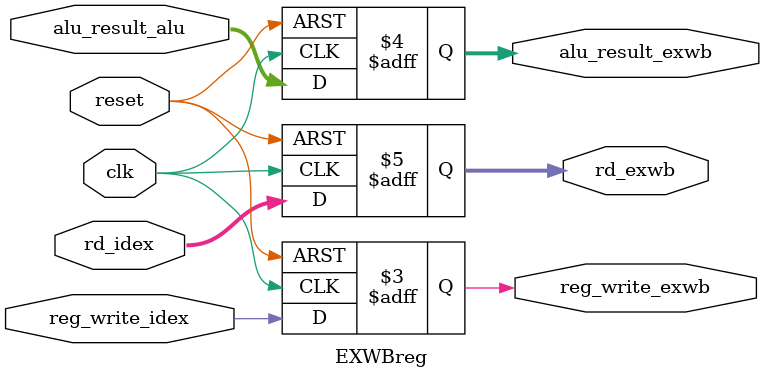
<source format=v>
`timescale 1ns / 1ps
module EXWBreg(
	input reg_write_idex,
	input [31:0] alu_result_alu,
	input [4:0] rd_idex,
	input clk,
	input reset,
	output reg reg_write_exwb,
	output reg [31:0] alu_result_exwb,
	output reg [4:0] rd_exwb
);

	always@(posedge clk,negedge reset)
		begin
		if(reset == 0)
			begin
			reg_write_exwb = 0;
			alu_result_exwb = 32'b0;
			rd_exwb = 32'b0;
			end
		else begin
			reg_write_exwb = reg_write_idex;
			alu_result_exwb = alu_result_alu;
			rd_exwb = rd_idex;
		end
		end

endmodule


</source>
